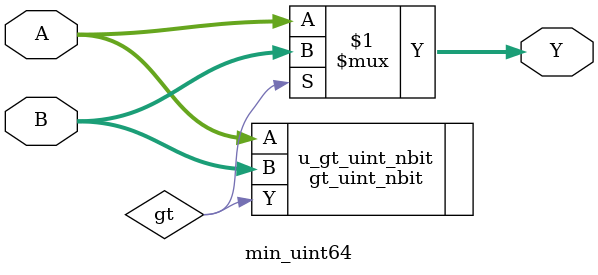
<source format=v>

module min_uint64 #(
    parameter WIDTH = 64
)(
    input [WIDTH-1:0] A,
    input [WIDTH-1:0] B,
    output [WIDTH-1:0] Y,
);

    wire gt;
    gt_uint_nbit #(
        .WIDTH(WIDTH)
    ) u_gt_uint_nbit (
        .A(A),
        .B(B),
        .Y(gt)
    );

    assign Y = gt ? B : A;

endmodule

</source>
